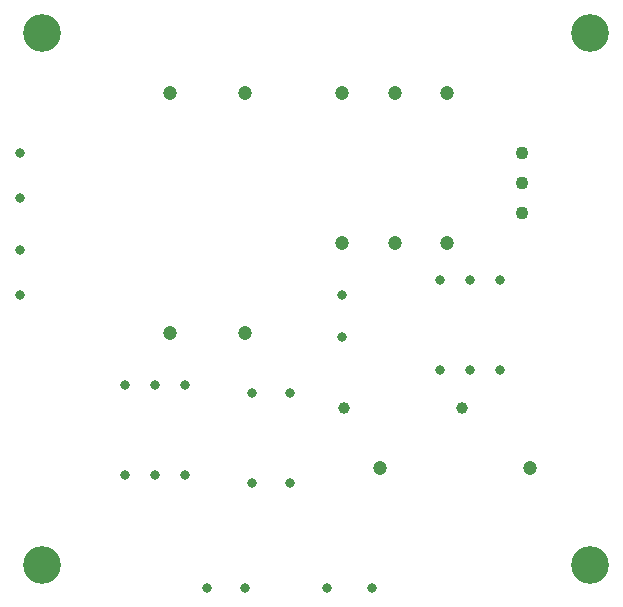
<source format=gbr>
%TF.GenerationSoftware,KiCad,Pcbnew,(5.0.2)-1*%
%TF.CreationDate,2019-03-20T17:03:21-04:00*%
%TF.ProjectId,proyecto_electronica_3,70726f79-6563-4746-9f5f-656c65637472,rev?*%
%TF.SameCoordinates,Original*%
%TF.FileFunction,Plated,1,2,PTH,Drill*%
%TF.FilePolarity,Positive*%
%FSLAX46Y46*%
G04 Gerber Fmt 4.6, Leading zero omitted, Abs format (unit mm)*
G04 Created by KiCad (PCBNEW (5.0.2)-1) date 20/03/2019 05:03:21 p. m.*
%MOMM*%
%LPD*%
G01*
G04 APERTURE LIST*
%TA.AperFunction,ComponentDrill*%
%ADD10C,0.800000*%
%TD*%
%TA.AperFunction,ComponentDrill*%
%ADD11C,0.800100*%
%TD*%
%TA.AperFunction,ComponentDrill*%
%ADD12C,1.000000*%
%TD*%
%TA.AperFunction,ComponentDrill*%
%ADD13C,1.100000*%
%TD*%
%TA.AperFunction,ComponentDrill*%
%ADD14C,1.200000*%
%TD*%
%TA.AperFunction,ComponentDrill*%
%ADD15C,3.200000*%
%TD*%
G04 APERTURE END LIST*
D10*
%TO.C,R7*%
X172085000Y-66675000D03*
X172085000Y-74295000D03*
%TO.C,C1*%
X176530000Y-58420000D03*
X176530000Y-61920000D03*
%TO.C,U2*%
X158115000Y-66040000D03*
X158115000Y-73660000D03*
X160655000Y-66040000D03*
X160655000Y-73660000D03*
X163195000Y-66040000D03*
X163195000Y-73660000D03*
%TO.C,R8*%
X168910000Y-66675000D03*
X168910000Y-74295000D03*
%TO.C,U1*%
X184785000Y-57150000D03*
X184785000Y-64770000D03*
X187325000Y-57150000D03*
X187325000Y-64770000D03*
X189865000Y-57150000D03*
X189865000Y-64770000D03*
D11*
%TO.C,P1*%
X149225000Y-46355000D03*
X149225000Y-50165000D03*
%TO.C,J1*%
X175260000Y-83185000D03*
X179070000Y-83185000D03*
%TO.C,J3*%
X165100000Y-83185000D03*
%TO.C,J2*%
X149225000Y-54610000D03*
X149225000Y-58420000D03*
%TO.C,J4*%
X168275000Y-83185000D03*
D12*
%TO.C,C2*%
X176690000Y-67945000D03*
X186690000Y-67945000D03*
D13*
%TO.C,Q1*%
X191770000Y-46355000D03*
X191770000Y-48895000D03*
X191770000Y-51435000D03*
D14*
%TO.C,R2*%
X185420000Y-41275000D03*
X185420000Y-53975000D03*
%TO.C,R3*%
X180975000Y-41275000D03*
X180975000Y-53975000D03*
%TO.C,R4*%
X176530000Y-41275000D03*
X176530000Y-53975000D03*
%TO.C,R5*%
X168275000Y-41275000D03*
X168275000Y-61595000D03*
%TO.C,R1*%
X179705000Y-73025000D03*
X192405000Y-73025000D03*
%TO.C,R6*%
X161925000Y-41275000D03*
X161925000Y-61595000D03*
D15*
%TO.C,GND*%
X151130000Y-36195000D03*
X151130000Y-81280000D03*
X197485000Y-81280000D03*
X197485000Y-36195000D03*
M02*

</source>
